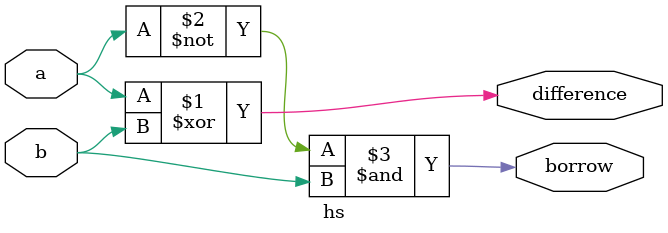
<source format=v>
module hs(a,b,difference,borrow);
input a,b;
output difference,borrow;
assign difference= (a ^ b);
assign borrow= ( ~a & b);
endmodule
</source>
